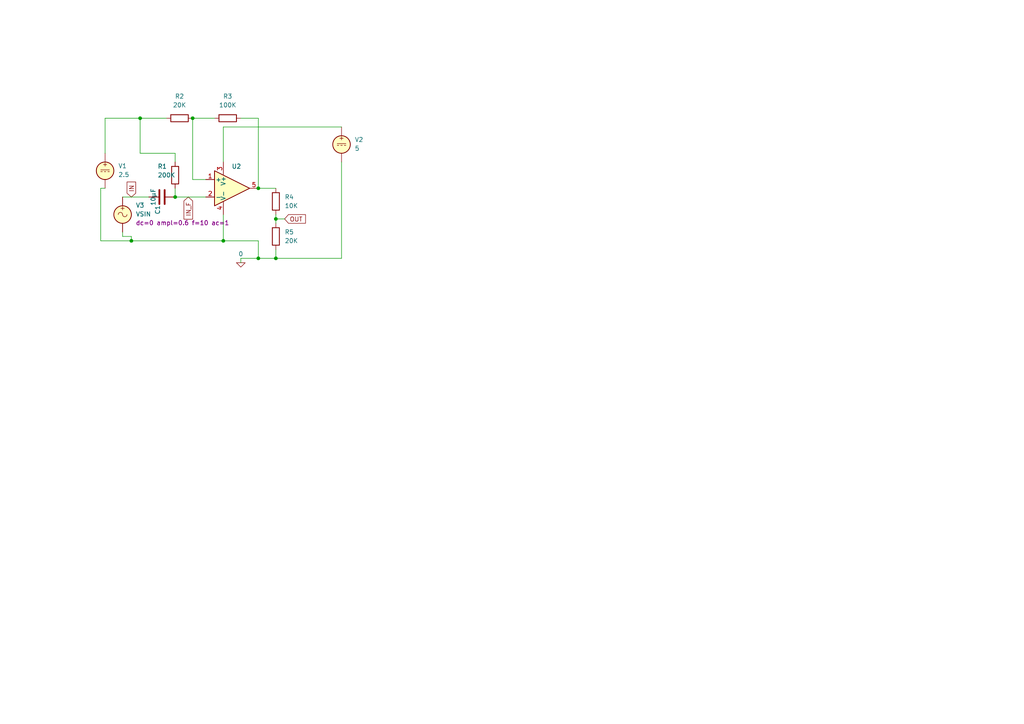
<source format=kicad_sch>
(kicad_sch (version 20230121) (generator eeschema)
  (paper "A4")
  (lib_symbols
    (symbol "Device:C" (pin_numbers hide) (pin_names (offset 0.254))
      (property "Reference" "C" (at 0.635 2.54 0))
      (property "Value" "C" (at 0.635 -2.54 0))
      (symbol "C_0_1"
        (polyline (pts (xy -2.032 -0.762) (xy 2.032 -0.762)) (stroke (width 0.508)))
        (polyline (pts (xy -2.032 0.762) (xy 2.032 0.762)) (stroke (width 0.508)))
      )
      (symbol "C_1_1"
        (pin passive line (at 0 3.81 270) (length 2.794) (name "~") (number "1"))
        (pin passive line (at 0 -3.81 90) (length 2.794) (name "~") (number "2"))
      )
    )
    (symbol "Device:R" (pin_numbers hide) (pin_names (offset 0))
      (property "Reference" "R" (at 2.032 0 90))
      (property "Value" "R" (at 0 0 90))
      (symbol "R_0_1"
        (rectangle (start -1.016 -2.54) (end 1.016 2.54) (stroke (width 0.254)))
      )
      (symbol "R_1_1"
        (pin passive line (at 0 3.81 270) (length 1.27) (name "~") (number "1"))
        (pin passive line (at 0 -3.81 90) (length 1.27) (name "~") (number "2"))
      )
    )
    (symbol "Simulation_SPICE:0" (power) (pin_names (offset 0))
      (property "Value" "0" (at 0 -1.778 0))
      (symbol "0_0_1"
        (polyline (pts (xy -1.27 0) (xy 0 -1.27) (xy 1.27 0) (xy -1.27 0)))
      )
      (symbol "0_1_1"
        (pin power_in line (at 0 0 0) (length 0) hide (name "0") (number "1"))
      )
    )
    (symbol "Simulation_SPICE:OPAMP" (pin_names (offset 0.254))
      (property "Reference" "U" (at 3.81 3.175 0))
      (property "Value" "${SIM.PARAMS}" (at 3.81 -3.175 0))
      (symbol "OPAMP_0_1"
        (polyline (pts (xy 5.08 0) (xy -5.08 5.08) (xy -5.08 -5.08) (xy 5.08 0)) (stroke (width 0.254)) (fill (type background)))
      )
      (symbol "OPAMP_1_1"
        (pin input line (at -7.62 2.54 0) (length 2.54) (name "+") (number "1"))
        (pin input line (at -7.62 -2.54 0) (length 2.54) (name "-") (number "2"))
        (pin power_in line (at -2.54 7.62 270) (length 3.81) (name "V+") (number "3"))
        (pin power_in line (at -2.54 -7.62 90) (length 3.81) (name "V-") (number "4"))
        (pin output line (at 7.62 0 180) (length 2.54) (name "~") (number "5"))
      )
    )
    (symbol "Simulation_SPICE:VDC" (pin_numbers hide) (pin_names (offset 0.0254))
      (property "Reference" "V" (at 2.54 2.54 0))
      (property "Value" "1" (at 2.54 0 0))
      (symbol "VDC_0_0"
        (polyline (pts (xy -1.27 0.254) (xy 1.27 0.254)))
        (polyline (pts (xy -0.762 -0.254) (xy -1.27 -0.254)))
        (polyline (pts (xy 0.254 -0.254) (xy -0.254 -0.254)))
        (polyline (pts (xy 1.27 -0.254) (xy 0.762 -0.254)))
        (text "+" (at 0 1.905 0) (effects (font (size 1.27 1.27))))
      )
      (symbol "VDC_0_1"
        (circle (center 0 0) (radius 2.54) (stroke (width 0.254)) (fill (type background)))
      )
      (symbol "VDC_1_1"
        (pin passive line (at 0 5.08 270) (length 2.54) (name "~") (number "1"))
        (pin passive line (at 0 -5.08 90) (length 2.54) (name "~") (number "2"))
      )
    )
    (symbol "Simulation_SPICE:VSIN" (pin_numbers hide) (pin_names (offset 0.0254))
      (property "Reference" "V" (at 2.54 2.54 0))
      (property "Value" "VSIN" (at 2.54 0 0))
      (property "Sim.Params" "dc=0 ampl=1 f=1k ac=1" (at 2.54 -2.54 0))
      (symbol "VSIN_0_0"
        (arc (start 0 0) (mid -0.635 0.6323) (end -1.27 0))
        (arc (start 0 0) (mid 0.635 -0.6323) (end 1.27 0))
        (text "+" (at 0 1.905 0) (effects (font (size 1.27 1.27))))
      )
      (symbol "VSIN_0_1"
        (circle (center 0 0) (radius 2.54) (stroke (width 0.254)) (fill (type background)))
      )
      (symbol "VSIN_1_1"
        (pin passive line (at 0 5.08 270) (length 2.54) (name "~") (number "1"))
        (pin passive line (at 0 -5.08 90) (length 2.54) (name "~") (number "2"))
      )
    )
  )
  (junction (at 55.88 34.29))
  (junction (at 80.01 63.5))
  (junction (at 80.01 74.93))
  (junction (at 38.1 69.85))
  (junction (at 40.64 34.29))
  (junction (at 64.77 69.85))
  (junction (at 74.93 74.93))
  (junction (at 50.8 57.15))
  (junction (at 74.93 54.61))
  (wire (pts (xy 55.88 52.07) (xy 55.88 34.29)))
  (wire (pts (xy 80.01 74.93) (xy 80.01 72.39)))
  (wire (pts (xy 99.06 36.83) (xy 64.77 36.83)))
  (wire (pts (xy 40.64 34.29) (xy 48.26 34.29)))
  (wire (pts (xy 69.85 76.2) (xy 69.85 74.93)))
  (wire (pts (xy 35.56 68.58) (xy 35.56 67.31)))
  (wire (pts (xy 74.93 69.85) (xy 74.93 74.93)))
  (wire (pts (xy 35.56 68.58) (xy 38.1 68.58)))
  (wire (pts (xy 74.93 34.29) (xy 74.93 54.61)))
  (wire (pts (xy 99.06 46.99) (xy 99.06 74.93)))
  (wire (pts (xy 80.01 63.5) (xy 82.55 63.5)))
  (wire (pts (xy 64.77 36.83) (xy 64.77 46.99)))
  (wire (pts (xy 30.48 34.29) (xy 30.48 44.45)))
  (wire (pts (xy 29.21 54.61) (xy 30.48 54.61)))
  (wire (pts (xy 50.8 44.45) (xy 40.64 44.45)))
  (wire (pts (xy 40.64 44.45) (xy 40.64 34.29)))
  (wire (pts (xy 69.85 34.29) (xy 74.93 34.29)))
  (wire (pts (xy 29.21 69.85) (xy 38.1 69.85)))
  (wire (pts (xy 69.85 74.93) (xy 74.93 74.93)))
  (wire (pts (xy 80.01 63.5) (xy 80.01 64.77)))
  (wire (pts (xy 38.1 69.85) (xy 38.1 68.58)))
  (wire (pts (xy 99.06 74.93) (xy 80.01 74.93)))
  (wire (pts (xy 64.77 62.23) (xy 64.77 69.85)))
  (wire (pts (xy 38.1 69.85) (xy 64.77 69.85)))
  (wire (pts (xy 74.93 74.93) (xy 80.01 74.93)))
  (wire (pts (xy 35.56 57.15) (xy 43.18 57.15)))
  (wire (pts (xy 29.21 54.61) (xy 29.21 69.85)))
  (wire (pts (xy 30.48 34.29) (xy 40.64 34.29)))
  (wire (pts (xy 64.77 69.85) (xy 74.93 69.85)))
  (wire (pts (xy 80.01 62.23) (xy 80.01 63.5)))
  (wire (pts (xy 55.88 34.29) (xy 62.23 34.29)))
  (wire (pts (xy 74.93 54.61) (xy 80.01 54.61)))
  (wire (pts (xy 50.8 57.15) (xy 59.69 57.15)))
  (wire (pts (xy 59.69 52.07) (xy 55.88 52.07)))
  (wire (pts (xy 50.8 54.61) (xy 50.8 57.15)))
  (wire (pts (xy 50.8 46.99) (xy 50.8 44.45)))
  (global_label "IN" (shape input) (at 38.1 57.15 90) (property "Intersheetrefs" "${INTERSHEET_REFS}" (effects hide)))
  (global_label "IN_F" (shape input) (at 54.61 57.15 270) (property "Intersheetrefs" "${INTERSHEET_REFS}" (effects hide)))
  (global_label "OUT" (shape input) (at 82.55 63.5 0) (property "Intersheetrefs" "${INTERSHEET_REFS}" (effects hide)))
  (symbol (lib_id "Simulation_SPICE:0") (at 69.85 76.2 0) (unit 1)
    (property "Reference" "#GND01" (effects hide))
    (property "Value" "0" (at 69.85 73.66 0))
  )
  (symbol (lib_id "Simulation_SPICE:VSIN") (at 35.56 62.23 0) (unit 1)
    (property "Reference" "V3" (at 39.37 59.5602 0) (effects (justify left)))
    (property "Value" "VSIN" (at 39.37 62.1002 0) (effects (justify left)))
    (property "Sim.Pins" "1=+ 2=-" (effects hide))
    (property "Sim.Params" "dc=0 ampl=0.6 f=10 ac=1" (at 39.37 64.6402 0) (effects (justify left)))
    (property "Sim.Type" "SIN" (effects hide))
    (property "Sim.Device" "V" (effects hide))
  )
  (symbol (lib_id "Device:R") (at 80.01 58.42 180) (unit 1)
    (property "Reference" "R4" (at 82.55 57.1499 0) (effects (justify right)))
    (property "Value" "10K" (at 82.55 59.6899 0) (effects (justify right)))
    (property "Footprint" "Resistor_SMD:R_0603_1608Metric" (effects hide))
  )
  (symbol (lib_id "Simulation_SPICE:VDC") (at 30.48 49.53 0) (unit 1)
    (property "Reference" "V1" (at 34.29 48.1302 0) (effects (justify left)))
    (property "Value" "2.5" (at 34.29 50.6702 0) (effects (justify left)))
    (property "Sim.Pins" "1=+ 2=-" (effects hide))
    (property "Sim.Type" "DC" (effects hide))
    (property "Sim.Device" "V" (effects hide))
  )
  (symbol (lib_id "Device:R") (at 80.01 68.58 180) (unit 1)
    (property "Reference" "R5" (at 82.55 67.3099 0) (effects (justify right)))
    (property "Value" "20K" (at 82.55 69.8499 0) (effects (justify right)))
    (property "Footprint" "Resistor_SMD:R_0603_1608Metric" (effects hide))
  )
  (symbol (lib_id "Device:C") (at 46.99 57.15 90) (unit 1)
    (property "Reference" "C1" (at 45.72 62.23 0) (effects (justify left)))
    (property "Value" "10µF" (at 44.45 59.69 0) (effects (justify left)))
    (property "Footprint" "Capacitor_SMD:C_0603_1608Metric" (effects hide))
  )
  (symbol (lib_id "Device:R") (at 52.07 34.29 90) (unit 1)
    (property "Reference" "R2" (at 52.07 27.94 90))
    (property "Value" "20K" (at 52.07 30.48 90))
    (property "Footprint" "Resistor_SMD:R_0603_1608Metric" (effects hide))
  )
  (symbol (lib_id "Device:R") (at 66.04 34.29 90) (unit 1)
    (property "Reference" "R3" (at 66.04 27.94 90))
    (property "Value" "100K" (at 66.04 30.48 90))
    (property "Footprint" "Resistor_SMD:R_0603_1608Metric" (effects hide))
  )
  (symbol (lib_id "Simulation_SPICE:OPAMP") (at 67.31 54.61 0) (unit 1)
    (property "Reference" "U2" (at 68.58 48.26 0))
    (property "Value" "${SIM.PARAMS}" (at 71.12 58.42 0))
    (property "Sim.Pins" "1=in+ 2=in- 3=vcc 4=vee 5=out" (effects hide))
    (property "Sim.Device" "SUBCKT" (effects hide))
    (property "Sim.Library" "${KICAD7_SYMBOL_DIR}/Simulation_SPICE.sp" (effects hide))
    (property "Sim.Name" "kicad_builtin_opamp" (effects hide))
  )
  (symbol (lib_id "Device:R") (at 50.8 50.8 0) (unit 1)
    (property "Reference" "R1" (at 45.72 48.26 0) (effects (justify left)))
    (property "Value" "200K" (at 45.72 50.8 0) (effects (justify left)))
    (property "Footprint" "Resistor_SMD:R_0603_1608Metric" (effects hide))
  )
  (symbol (lib_id "Simulation_SPICE:VDC") (at 99.06 41.91 0) (unit 1)
    (property "Reference" "V2" (at 102.87 40.5102 0) (effects (justify left)))
    (property "Value" "5" (at 102.87 43.0502 0) (effects (justify left)))
    (property "Sim.Pins" "1=+ 2=-" (effects hide))
    (property "Sim.Type" "DC" (effects hide))
    (property "Sim.Device" "V" (effects hide))
  )
)
</source>
